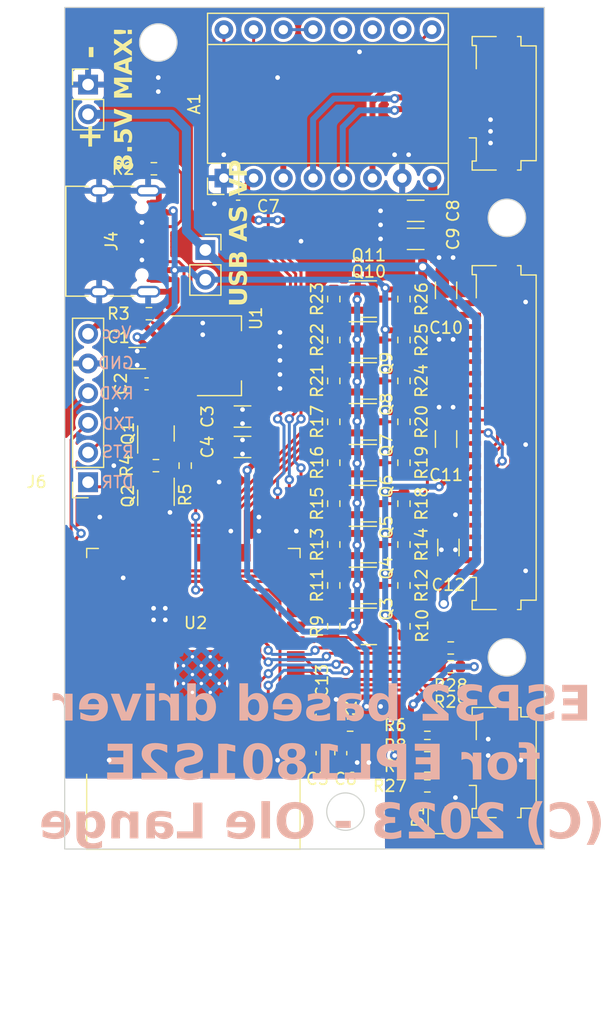
<source format=kicad_pcb>
(kicad_pcb (version 20221018) (generator pcbnew)
  (layers (0 "F.Cu" signal) (31 "B.Cu" signal) (34 "B.Paste" user) (35 "F.Paste" user) (36 "B.SilkS" user "B.Silkscreen") (37 "F.SilkS" user "F.Silkscreen") (38 "B.Mask" user) (39 "F.Mask" user) (44 "Edge.Cuts" user))
  (net 0 "")
  (net 1 "GND")
  (net 2 "+3V3")
  (net 3 "/MOTOR_B1")
  (net 4 "/MOTOR_A1")
  (net 5 "/MOTOR_A2")
  (net 6 "/MOTOR_B2")
  (net 7 "+8V")
  (net 8 "/MOT_EN")
  (net 12 "Net-(A1-~{RESET})")
  (net 13 "/MOT_STEP")
  (net 14 "/MOT_DIR")
  (net 15 "+5V")
  (net 16 "/ESP_EN")
  (net 17 "/LED_STATUS")
  (net 18 "Net-(D1-A)")
  (net 19 "/SENSOR_PAN")
  (net 20 "/SENSOR_PCO")
  (net 21 "/SENSOR_HUP")
  (net 25 "/HEAD_DI6")
  (net 26 "/HEAD_CLK")
  (net 27 "/HEAD_LAT")
  (net 28 "/HEAD_STB")
  (net 29 "/HEAD_TMH")
  (net 30 "/HEAD_RANK1")
  (net 31 "/HEAD_RANK2")
  (net 32 "/HEAD_DI5")
  (net 33 "/HEAD_DI4")
  (net 34 "/HEAD_DI3")
  (net 35 "/HEAD_DI2")
  (net 36 "/HEAD_DI1")
  (net 37 "/MOTOR_TM2")
  (net 38 "Net-(J4-CC1)")
  (net 42 "Net-(J4-CC2)")
  (net 46 "/SER_DTR")
  (net 47 "/SER_RTS")
  (net 48 "/ESP_TX")
  (net 49 "/ESP_RX")
  (net 50 "Net-(Q1-B)")
  (net 51 "Net-(Q2-B)")
  (net 52 "/ESP_IO0")
  (net 53 "/ESP_DO6")
  (net 54 "/ESP_CLK")
  (net 55 "/ESP_LAT")
  (net 56 "/ESP_STB")
  (net 57 "/ESP_DO5")
  (net 58 "/ESP_DO4")
  (net 59 "/ESP_DO3")
  (net 60 "/ESP_DO2")
  (net 61 "/ESP_DO1")
  (footprint "Capacitor_SMD:C_1206_3216Metric" (layer "F.Cu") (at 156.2 82 180)
    (fp_text reference "C1")
    (fp_text value "100uF")
  )
  (footprint "Resistor_SMD:R_0603_1608Metric" (layer "F.Cu") (at 173 76.95 90)
    (fp_text reference "R23")
    (fp_text value "10kΩ")
  )
  (footprint "Capacitor_SMD:C_1206_3216Metric" (layer "F.Cu") (at 182.6 76.2 90)
    (fp_text reference "C10")
    (fp_text value "47uF")
  )
  (footprint "Capacitor_SMD:C_1206_3216Metric" (layer "F.Cu") (at 165.2 89.6 180)
    (fp_text reference "C4")
    (fp_text value "100uF")
  )
  (footprint "Connector_FFC-FPC:Molex_200528-0240_1x24-1MP_P1.00mm_Horizontal" (layer "F.Cu") (at 186 88.8 90)
    (fp_text reference "J2" hide)
    (fp_text value "Head FPC")
  )
  (footprint "Capacitor_SMD:C_0603_1608Metric" (layer "F.Cu") (at 157 84.2 180)
    (fp_text reference "C2")
    (fp_text value "100nF")
  )
  (footprint "Capacitor_SMD:C_1206_3216Metric" (layer "F.Cu") (at 180 71.8 180)
    (fp_text reference "C9")
    (fp_text value "47uF")
  )
  (footprint "Connector_FFC-FPC:Molex_200528-0060_1x06-1MP_P1.00mm_Horizontal" (layer "F.Cu") (at 186 60.2 90)
    (fp_text reference "J3" hide)
    (fp_text value "Motor FPC")
  )
  (footprint "Connector_USB:USB_C_Receptacle_HRO_TYPE-C-31-M-12" (layer "F.Cu") (at 154 72 -90)
    (fp_text reference "J4")
    (fp_text value "USB_C_Receptacle_USB2.0")
  )
  (footprint "Resistor_SMD:R_0603_1608Metric" (layer "F.Cu") (at 157.625 65.8)
    (fp_text reference "R2")
    (fp_text value "5.1kΩ")
  )
  (footprint "Package_TO_SOT_SMD:SOT-23" (layer "F.Cu") (at 176 97.95)
    (fp_text reference "Q5")
    (fp_text value "2N7002")
  )
  (footprint "Module:Pololu_Breakout-16_15.2x20.3mm" (layer "F.Cu") (at 163.61 66.6 90)
    (fp_text reference "A1")
    (fp_text value "Pololu_Breakout_A4988")
  )
  (footprint "Package_TO_SOT_SMD:SOT-23" (layer "F.Cu") (at 176 94.45)
    (fp_text reference "Q6")
    (fp_text value "2N7002")
  )
  (footprint "Capacitor_SMD:C_1206_3216Metric" (layer "F.Cu") (at 180 69.4 180)
    (fp_text reference "C8")
    (fp_text value "47uF")
  )
  (footprint "Package_TO_SOT_SMD:SOT-23" (layer "F.Cu") (at 157.8 93.95 -90)
    (fp_text reference "Q2")
    (fp_text value "SS8050-G")
  )
  (footprint "Package_TO_SOT_SMD:SOT-23" (layer "F.Cu") (at 176 76.95)
    (fp_text reference "Q11")
    (fp_text value "2N7002")
  )
  (footprint "Capacitor_SMD:C_0603_1608Metric" (layer "F.Cu") (at 172 112.6 -90)
    (fp_text reference "C13")
    (fp_text value "10uF")
  )
  (footprint "Resistor_SMD:R_0603_1608Metric" (layer "F.Cu") (at 183 106.8)
    (fp_text reference "R28")
    (fp_text value "150kΩ")
  )
  (footprint "Resistor_SMD:R_0603_1608Metric" (layer "F.Cu") (at 179 90.95 90)
    (fp_text reference "R19")
    (fp_text value "10kΩ")
  )
  (footprint "Package_TO_SOT_SMD:SOT-23" (layer "F.Cu") (at 176 90.95)
    (fp_text reference "Q7")
    (fp_text value "2N7002")
  )
  (footprint "Capacitor_SMD:C_1206_3216Metric" (layer "F.Cu") (at 182.6 88.925 90)
    (fp_text reference "C11")
    (fp_text value "47uF")
  )
  (footprint "Capacitor_SMD:C_0603_1608Metric" (layer "F.Cu") (at 173.6 115.8 -90)
    (fp_text reference "C6")
    (fp_text value "10uF")
  )
  (footprint "Resistor_SMD:R_0603_1608Metric" (layer "F.Cu") (at 179 83.95 90)
    (fp_text reference "R24")
    (fp_text value "10kΩ")
  )
  (footprint "Connector_FFC-FPC:Molex_200528-0040_1x04-1MP_P1.00mm_Horizontal" (layer "F.Cu") (at 186 116.6 90)
    (fp_text reference "J1" hide)
    (fp_text value "Sensor FPC")
  )
  (footprint "Resistor_SMD:R_0603_1608Metric" (layer "F.Cu") (at 173 94.45 90)
    (fp_text reference "R15")
    (fp_text value "10kΩ")
  )
  (footprint "Capacitor_SMD:C_0603_1608Metric" (layer "F.Cu") (at 164.825 69)
    (fp_text reference "C7")
    (fp_text value "10uF")
  )
  (footprint "Resistor_SMD:R_0603_1608Metric" (layer "F.Cu") (at 173 90.95 90)
    (fp_text reference "R16")
    (fp_text value "10kΩ")
  )
  (footprint "Resistor_SMD:R_0603_1608Metric" (layer "F.Cu") (at 179 94.45 90)
    (fp_text reference "R18")
    (fp_text value "10kΩ")
  )
  (footprint "Resistor_SMD:R_0603_1608Metric" (layer "F.Cu") (at 181 113.4 180)
    (fp_text reference "R6")
    (fp_text value "4.7kΩ")
  )
  (footprint "Package_TO_SOT_SMD:SOT-23" (layer "F.Cu") (at 157.8 88.45 90)
    (fp_text reference "Q1")
    (fp_text value "SS8050-G")
  )
  (footprint "Capacitor_SMD:C_0603_1608Metric" (layer "F.Cu") (at 172 115.8 -90)
    (fp_text reference "C5")
    (fp_text value "100nF")
  )
  (footprint "Resistor_SMD:R_0603_1608Metric" (layer "F.Cu") (at 160.3 91.2 -90)
    (fp_text reference "R5")
    (fp_text value "10kΩ")
  )
  (footprint "Resistor_SMD:R_0603_1608Metric" (layer "F.Cu") (at 181 116.9 180)
    (fp_text reference "R7")
    (fp_text value "300Ω")
  )
  (footprint "Resistor_SMD:R_0603_1608Metric" (layer "F.Cu") (at 179 76.95 90)
    (fp_text reference "R26")
    (fp_text value "10kΩ")
  )
  (footprint "Package_TO_SOT_SMD:SOT-23" (layer "F.Cu") (at 176 83.95)
    (fp_text reference "Q9")
    (fp_text value "2N7002")
  )
  (footprint "Resistor_SMD:R_0603_1608Metric" (layer "F.Cu") (at 183 108.4)
    (fp_text reference "R29")
    (fp_text value "150kΩ")
  )
  (footprint "Resistor_SMD:R_0603_1608Metric" (layer "F.Cu") (at 157.8 91.2 180)
    (fp_text reference "R4")
    (fp_text value "10kΩ")
  )
  (footprint "Resistor_SMD:R_0603_1608Metric" (layer "F.Cu") (at 181 118.6 180)
    (fp_text reference "R27")
    (fp_text value "1kΩ")
  )
  (footprint "Resistor_SMD:R_0603_1608Metric" (layer "F.Cu") (at 179 101.45 90)
    (fp_text reference "R12")
    (fp_text value "10kΩ")
  )
  (footprint "Resistor_SMD:R_0603_1608Metric" (layer "F.Cu") (at 181 115.15 180)
    (fp_text reference "R8")
    (fp_text value "47kΩ")
  )
  (footprint "Package_TO_SOT_SMD:SOT-23" (layer "F.Cu") (at 176 80.45)
    (fp_text reference "Q10")
    (fp_text value "2N7002")
  )
  (footprint "Resistor_SMD:R_0603_1608Metric" (layer "F.Cu") (at 173 97.95 90)
    (fp_text reference "R13")
    (fp_text value "10kΩ")
  )
  (footprint "RF_Module:ESP32-WROOM-32" (layer "F.Cu") (at 161 108.165 180)
    (fp_text reference "U2")
    (fp_text value "ESP32-WROOM-32")
  )
  (footprint "Capacitor_SMD:C_1206_3216Metric" (layer "F.Cu") (at 165.2 87 180)
    (fp_text reference "C3")
    (fp_text value "100uF")
  )
  (footprint "LED_SMD:LED_0603_1608Metric" (layer "F.Cu") (at 181.8 121.2 90)
    (fp_text reference "D1")
    (fp_text value "LED")
  )
  (footprint "Resistor_SMD:R_0603_1608Metric" (layer "F.Cu") (at 179 97.95 90)
    (fp_text reference "R14")
    (fp_text value "10kΩ")
  )
  (footprint "Resistor_SMD:R_0603_1608Metric" (layer "F.Cu") (at 173 101.45 90)
    (fp_text reference "R11")
    (fp_text value "10kΩ")
  )
  (footprint "Package_TO_SOT_SMD:SOT-23" (layer "F.Cu") (at 176 87.45)
    (fp_text reference "Q8")
    (fp_text value "2N7002")
  )
  (footprint "Package_TO_SOT_SMD:SOT-23" (layer "F.Cu") (at 176 104.95)
    (fp_text reference "Q3")
    (fp_text value "2N7002")
  )
  (footprint "Connector_PinSocket_2.54mm:PinSocket_1x02_P2.54mm_Vertical" (layer "F.Cu") (at 162.025 72.75)
    (fp_text reference "JP1" hide)
    (fp_text value "5V_AS_VP")
  )
  (footprint "Resistor_SMD:R_0603_1608Metric" (layer "F.Cu") (at 179 80.45 90)
    (fp_text reference "R25")
    (fp_text value "10kΩ")
  )
  (footprint "Capacitor_SMD:C_1206_3216Metric" (layer "F.Cu") (at 182.8 98.2 90)
    (fp_text reference "C12")
    (fp_text value "47uF")
  )
  (footprint "Resistor_SMD:R_0603_1608Metric" (layer "F.Cu") (at 173 83.95 90)
    (fp_text reference "R21")
    (fp_text value "10kΩ")
  )
  (footprint "Resistor_SMD:R_0603_1608Metric" (layer "F.Cu") (at 173 104.95 90)
    (fp_text reference "R9")
    (fp_text value "10kΩ")
  )
  (footprint "Package_TO_SOT_SMD:SOT-223-3_TabPin2" (layer "F.Cu") (at 163.2 81.8)
    (fp_text reference "U1")
    (fp_text value "AZ1117-3.3")
  )
  (footprint "Resistor_SMD:R_0603_1608Metric" (layer "F.Cu") (at 174.4 113.4)
    (fp_text reference "R1")
    (fp_text value "10kΩ")
  )
  (footprint "Resistor_SMD:R_0603_1608Metric" (layer "F.Cu") (at 173 87.45 90)
    (fp_text reference "R17")
    (fp_text value "10kΩ")
  )
  (footprint "Resistor_SMD:R_0603_1608Metric" (layer "F.Cu") (at 173 80.45 90)
    (fp_text reference "R22")
    (fp_text value "10kΩ")
  )
  (footprint "Connector_PinHeader_2.54mm:PinHeader_1x02_P2.54mm_Vertical" (layer "F.Cu") (at 152 58.6)
    (fp_text reference "J5" hide)
    (fp_text value "Conn_01x02_Socket")
  )
  (footprint "Resistor_SMD:R_0603_1608Metric" (layer "F.Cu") (at 179 104.95 90)
    (fp_text reference "R10")
    (fp_text value "10kΩ")
  )
  (footprint "Package_TO_SOT_SMD:SOT-23" (layer "F.Cu") (at 176 101.45)
    (fp_text reference "Q4")
    (fp_text value "2N7002")
  )
  (footprint "Resistor_SMD:R_0603_1608Metric" (layer "F.Cu") (at 157.2 78.2)
    (fp_text reference "R3")
    (fp_text value "5.1kΩ")
  )
  (footprint "Connector_PinSocket_2.54mm:PinSocket_1x06_P2.54mm_Vertical" (layer "F.Cu") (at 152 92.62 180)
    (fp_text reference "J6")
    (fp_text value "Conn_01x06_Socket")
  )
  (footprint "Resistor_SMD:R_0603_1608Metric" (layer "F.Cu") (at 179 87.45 90)
    (fp_text reference "R20")
    (fp_text value "10kΩ")
  )
  (gr_circle (center 174 120.8) (end 175.6 120.8) (stroke (width 0.1)) (fill none) (layer "Edge.Cuts"))
  (gr_circle (center 187.8 107.6) (end 189.4 107.6) (stroke (width 0.1)) (fill none) (layer "Edge.Cuts"))
  (gr_rect (start 150 52) (end 191 124) (stroke (width 0.1)) (fill none) (layer "Edge.Cuts"))
  (gr_circle (center 158 55) (end 159.6 55) (stroke (width 0.1)) (fill none) (layer "Edge.Cuts"))
  (gr_circle (center 187.8 70) (end 189.4 70) (stroke (width 0.1)) (fill none) (layer "Edge.Cuts"))
  (gr_text "RTS" (at 156 90.6) (layer "B.SilkS") (effects (font (size 1 1)) (justify left bottom mirror)))
  (gr_text "DTR" (at 156 93.2) (layer "B.SilkS") (effects (font (size 1 1)) (justify left bottom mirror)))
  (gr_text "TXD" (at 156 88.2) (layer "B.SilkS") (effects (font (size 1 1)) (justify left bottom mirror)))
  (gr_text "RXD" (at 156 85.6) (layer "B.SilkS") (effects (font (size 1 1)) (justify left bottom mirror)))
  (gr_text "ESP32 based driver\nfor EPL1801S2E\n(C) 2023 - Ole Lange" (at 172 123.6) (layer "B.SilkS") (effects (font (size 3 3)) (justify bottom mirror)))
  (gr_text "Vcc" (at 155.8 80.4) (layer "B.SilkS") (effects (font (size 1 1)) (justify left bottom mirror)))
  (gr_text "GND" (at 156 83) (layer "B.SilkS") (effects (font (size 1 1)) (justify left bottom mirror)))
  (gr_text "8.5V MAX!" (at 156 59.8 90) (layer "F.SilkS") (effects (font (size 1.5 1.5)) (justify bottom)))
  (gr_text "-" (at 153.4 56.4 90) (layer "F.SilkS") (effects (font (size 2 2)) (justify left bottom)))
  (gr_text "USB AS VP" (at 165.825 77.6 90) (layer "F.SilkS") (effects (font (size 1.5 1.5)) (justify left bottom)))
  (gr_text "+\n" (at 153.4 64.2 90) (layer "F.SilkS") (effects (font (size 2 2)) (justify left bottom)))
  (segment (start 178.85 69.075) (end 178.525 69.4) (width 0.508) (layer "F.Cu") (net 1))
  (segment (start 163.61 66.6) (end 163.61 68.56) (width 0.508) (layer "F.Cu") (net 1))
  (segment (start 178.85 66.6) (end 178.85 69.075) (width 0.508) (layer "F.Cu") (net 1))
  (segment (start 163.61 68.56) (end 164.05 69) (width 0.508) (layer "F.Cu") (net 1))
  (via (at 182 73.4) (size 0.8) (drill 0.4) (layers "F.Cu" "B.Cu") (net 1))
  (via (at 189.4 100.2) (size 0.8) (drill 0.4) (layers "F.Cu" "B.Cu") (net 1))
  (via (at 156.6 73.6) (size 0.8) (drill 0.4) (layers "F.Cu" "B.Cu") (net 1))
  (via (at 177 70.6) (size 0.8) (drill 0.4) (layers "F.Cu" "B.Cu") (net 1))
  (via (at 182.2 98.4) (size 0.8) (drill 0.4) (layers "F.Cu" "B.Cu") (net 1))
  (via (at 165.2 89) (size 0.8) (drill 0.4) (layers "F.Cu" "B.Cu") (net 1))
  (via (at 178.2 64.6) (size 0.8) (drill 0.4) (layers "F.Cu" "B.Cu") (net 1))
  (via (at 166.6 95.6) (size 0.8) (drill 0.4) (layers "F.Cu" "B.Cu") (net 1))
  (via (at 156.2 81.4) (size 0.8) (drill 0.4) (layers "F.Cu" "B.Cu") (net 1))
  (via (at 153.8 116.4) (size 0.8) (drill 0.4) (layers "F.Cu" "B.Cu") (net 1))
  (via (at 183.4 95.4) (size 0.8) (drill 0.4) (layers "F.Cu" "B.Cu") (net 1))
  (via (at 163.6 64.6) (size 0.8) (drill 0.4) (layers "F.Cu" "B.Cu") (net 1))
  (via (at 179.4 64.6) (size 0.8) (drill 0.4) (layers "F.Cu" "B.Cu") (net 1))
  (via (at 166.6 96.8) (size 0.8) (drill 0.4) (layers "F.Cu" "B.Cu") (net 1))
  (via (at 156.2 82.6) (size 0.8) (drill 0.4) (layers "F.Cu" "B.Cu") (net 1))
  (via (at 168.4 81) (size 0.8) (drill 0.4) (layers "F.Cu" "B.Cu") (net 1))
  (via (at 189.4 77.2) (size 0.8) (drill 0.4) (layers "F.Cu" "B.Cu") (net 1))
  (via (at 158 59.2) (size 0.8) (drill 0.4) (layers "F.Cu" "B.Cu") (net 1))
  (via (at 156.6 70.4) (size 0.8) (drill 0.4) (layers "F.Cu" "B.Cu") (net 1))
  (via (at 154.4 86.4) (size 0.8) (drill 0.4) (layers "F.Cu" "B.Cu") (net 1))
  (via (at 165.2 90.2) (size 0.8) (drill 0.4) (layers "F.Cu" "B.Cu") (net 1))
  (via (at 186.4 62.6) (size 0.8) (drill 0.4) (layers "F.Cu" "B.Cu") (net 1))
  (via (at 189.4 89.4) (size 0.8) (drill 0.4) (layers "F.Cu" "B.Cu") (net 1))
  (via (at 157.6 103.4) (size 0.8) (drill 0.4) (layers "F.Cu" "B.Cu") (net 1))
  (via (at 189 116.4) (size 0.8) (drill 0.4) (layers "F.Cu" "B.Cu") (net 1))
  (via (at 177 111.8) (size 0.8) (drill 0.4) (layers "F.Cu" "B.Cu") (net 1))
  (via (at 168.2 116.4) (size 0.8) (drill 0.4) (layers "F.Cu" "B.Cu") (net 1))
  (via (at 177 69.4) (size 0.8) (drill 0.4) (layers "F.Cu" "B.Cu") (net 1))
  (via (at 186.4 63.6) (size 0.8) (drill 0.4) (layers "F.Cu" "B.Cu") (net 1))
  (via (at 169.8 96.8) (size 0.8) (drill 0.4) (layers "F.Cu" "B.Cu") (net 1))
  (via (at 163.2 92.6) (size 0.8) (drill 0.4) (layers "F.Cu" "B.Cu") (net 1))
  (via (at 159 95.2) (size 0.8) (drill 0.4) (layers "F.Cu" "B.Cu") (net 1))
  (via (at 173.2 111.2) (size 0.8) (drill 0.4) (layers "F.Cu" "B.Cu") (net 1))
  (via (at 183.4 98.4) (size 0.8) (drill 0.4) (layers "F.Cu" "B.Cu") (net 1))
  (via (at 183.2 80.4) (size 0.8) (drill 0.4) (layers "F.Cu" "B.Cu") (net 1))
  (via (at 183.2 73.4) (size 0.8) (drill 0.4) (layers "F.Cu" "B.Cu") (net 1))
  (via (at 168.4 82.2) (size 0.8) (drill 0.4) (layers "F.Cu" "B.Cu") (net 1))
  (via (at 158 58) (size 0.8) (drill 0.4) (layers "F.Cu" "B.Cu") (net 1))
  (via (at 158.6 104.4) (size 0.8) (drill 0.4) (layers "F.Cu" "B.Cu") (net 1))
  (via (at 170.2 72) (size 0.8) (drill 0.4) (layers "F.Cu" "B.Cu") (net 1))
  (via (at 156.6 72) (size 0.8) (drill 0.4) (layers "F.Cu" "B.Cu") (net 1))
  (via (at 168.2 58) (size 0.8) (drill 0.4) (layers "F.Cu" "B.Cu") (net 1))
  (via (at 182 80.4) (size 0.8) (drill 0.4) (layers "F.Cu" "B.Cu") (net 1))
  (via (at 186.2 116) (size 0.8) (drill 0.4) (layers "F.Cu" "B.Cu") (net 1))
  (via (at 186.2 114.6) (size 0.8) (drill 0.4) (layers "F.Cu" "B.Cu") (net 1))
  (via (at 176 116.6) (size 0.8) (drill 0.4) (layers "F.Cu" "B.Cu") (net 1))
  (via (at 164.2 96.8) (size 0.8) (drill 0.4) (layers "F.Cu" "B.Cu") (net 1))
  (via (at 165.2 87.6) (size 0.8) (drill 0.4) (layers "F.Cu" "B.Cu") (net 1))
  (via (at 183.4 119.6) (size 0.8) (drill 0.4) (layers "F.Cu" "B.Cu") (net 1))
  (via (at 154.2 91.2) (size 0.8) (drill 0.4) (layers "F.Cu" "B.Cu") (net 1))
  (via (at 175 116.6) (size 0.8) (drill 0.4) (layers "F.Cu" "B.Cu") (net 1))
  (via (at 153 95.6) (size 0.8) (drill 0.4) (layers "F.Cu" "B.Cu") (net 1))
  (via (at 177 71.8) (size 0.8) (drill 0.4) (layers "F.Cu" "B.Cu") (net 1))
  (via (at 168.4 84.6) (size 0.8) (drill 0.4) (layers "F.Cu" "B.Cu") (net 1))
  (via (at 161.8 80) (size 0.8) (drill 0.4) (layers "F.Cu" "B.Cu") (net 1))
  (via (at 158.6 103.4) (size 0.8) (drill 0.4) (layers "F.Cu" "B.Cu") (net 1))
  (via (at 168.4 83.4) (size 0.8) (drill 0.4) (layers "F.Cu" "B.Cu") (net 1))
  (via (at 175.2 55.8) (size 0.8) (drill 0.4) (layers "F.Cu" "B.Cu") (net 1))
  (via (at 157.6 104.4) (size 0.8) (drill 0.4) (layers "F.Cu" "B.Cu") (net 1))
  (via (at 162.8 68.8) (size 0.8) (drill 0.4) (layers "F.Cu" "B.Cu") (net 1))
  (via (at 186.4 61.6) (size 0.8) (drill 0.4) (layers "F.Cu" "B.Cu") (net 1))
  (via (at 155 100.8) (size 0.8) (drill 0.4) (layers "F.Cu" "B.Cu") (net 1))
  (via (at 161.8 79) (size 0.8) (drill 0.4) (layers "F.Cu" "B.Cu") (net 1))
  (via (at 165.2 86.4) (size 0.8) (drill 0.4) (layers "F.Cu" "B.Cu") (net 1))
  (via (at 182 86.2) (size 0.8) (drill 0.4) (layers "F.Cu" "B.Cu") (net 1))
  (via (at 168.4 79.8) (size 0.8) (drill 0.4) (layers "F.Cu" "B.Cu") (net 1))
  (via (at 183.2 86.2) (size 0.8) (drill 0.4) (layers "F.Cu" "B.Cu") (net 1))
  (segment (start 172 115.025) (end 173.6 115.025) (width 0.508) (layer "F.Cu") (net 2))
  (segment (start 175 76.0625) (end 175.0625 76) (width 0.508) (layer "F.Cu") (net 2))
  (segment (start 175.0625 104.5375) (end 174.7 104.9) (width 0.508) (layer "F.Cu") (net 2))
  (segment (start 175.0625 72.6625) (end 172.6 70.2) (width 0.508) (layer "F.Cu") (net 2))
  (segment (start 156.845606 79.2) (end 152.72 79.2) (width 0.508) (layer "F.Cu") (net 2))
  (segment (start 166.675 89.6) (end 166.675 90.525) (width 0.508) (layer "F.Cu") (net 2))
  (segment (start 152.72 79.2) (end 152 79.92) (width 0.508) (layer "F.Cu") (net 2))
  (segment (start 175.0625 90) (end 173.125 90) (width 0.254) (layer "F.Cu") (net 2))
  (segment (start 183.825 108.4) (end 185 108.4) (width 0.508) (layer "F.Cu") (net 2))
  (segment (start 175.8 111.8) (end 175.8 113.4) (width 0.508) (layer "F.Cu") (net 2))
  (segment (start 175.0625 97) (end 175.0625 97.9375) (width 0.508) (layer "F.Cu") (net 2))
  (segment (start 166.6 70.2) (end 166.2 70.2) (width 0.508) (layer "F.Cu") (net 2))
  (segment (start 180.175 115.15) (end 181 115.975) (width 0.254) (layer "F.Cu") (net 2))
  (segment (start 166.675 90.525) (end 165.6 91.6) (width 0.508) (layer "F.Cu") (net 2))
  (segment (start 181 117.775) (end 180.175 118.6) (width 0.254) (layer "F.Cu") (net 2))
  (segment (start 175.0625 86.5) (end 173.125 86.5) (width 0.254) (layer "F.Cu") (net 2))
  (segment (start 171.88 115.145) (end 172 115.025) (width 0.508) (layer "F.Cu") (net 2))
  (segment (start 175.0625 93.5) (end 173.125 93.5) (width 0.254) (layer "F.Cu") (net 2))
  (segment (start 172.6 70.2) (end 168.2 70.2) (width 0.508) (layer "F.Cu") (net 2))
  (segment (start 175.0625 79.5) (end 175.0625 80.3375) (width 0.508) (layer "F.Cu") (net 2))
  (segment (start 175.0625 83) (end 173.125 83) (width 0.254) (layer "F.Cu") (net 2))
  (segment (start 175.8 113.4) (end 175.225 113.4) (width 0.508) (layer "F.Cu") (net 2))
  (segment (start 175.0625 93.5) (end 175.0625 94.3375) (width 0.508) (layer "F.Cu") (net 2))
  (segment (start 175.0625 100.5) (end 173.125 100.5) (width 0.254) (layer "F.Cu") (net 2))
  (segment (start 173.6 115.025) (end 175.225 113.4) (width 0.508) (layer "F.Cu") (net 2))
  (segment (start 166.675 82.125) (end 166.35 81.8) (width 0.762) (layer "F.Cu") (net 2))
  (segment (start 175.0625 100.5) (end 175.0625 101.3375) (width 0.508) (layer "F.Cu") (net 2))
  (segment (start 175.0625 90.9375) (end 175 91) (width 0.508) (layer "F.Cu") (net 2))
  (segment (start 175.0625 97) (end 173.125 97) (width 0.254) (layer "F.Cu") (net 2))
  (segment (start 180.175 113.4) (end 179.6 113.4) (width 0.508) (layer "F.Cu") (net 2))
  (segment (start 173.125 93.5) (end 173 93.625) (width 0.254) (layer "F.Cu") (net 2))
  (segment (start 183.825 106.8) (end 183.825 108.4) (width 0.508) (layer "F.Cu") (net 2))
  (segment (start 173.125 97) (end 173 97.125) (width 0.254) (layer "F.Cu") (net 2))
  (segment (start 179.8 111.6) (end 179.6 111.8) (width 0.508) (layer "F.Cu") (net 2))
  (segment (start 175.0625 87.3375) (end 175 87.4) (width 0.508) (layer "F.Cu") (net 2))
  (segment (start 175.0625 76) (end 173.125 76) (width 0.254) (layer "F.Cu") (net 2))
  (segment (start 165.6 67.15) (end 166.15 66.6) (width 0.508) (layer "F.Cu") (net 2))
  (segment (start 175.0625 90) (end 175.0625 90.9375) (width 0.508) (layer "F.Cu") (net 2))
  (segment (start 165.6 69.6) (end 165.6 69) (width 0.508) (layer "F.Cu") (net 2))
  (segment (start 165.6 69) (end 165.6 67.15) (width 0.508) (layer "F.Cu") (net 2))
  (segment (start 173.125 76) (end 173 76.125) (width 0.254) (layer "F.Cu") (net 2))
  (segment (start 179.6 113.4) (end 175.225 113.4) (width 0.508) (layer "F.Cu") (net 2))
  (segment (start 175 77) (end 175 76.0625) (width 0.508) (layer "F.Cu") (net 2))
  (segment (start 173.125 100.5) (end 173 100.625) (width 0.254) (layer "F.Cu") (net 2))
  (segment (start 179.6 111.8) (end 179.6 113.4) (width 0.508) (layer "F.Cu") (net 2))
  (segment (start 173.125 90) (end 173 90.125) (width 0.254) (layer "F.Cu") (net 2))
  (segment (start 175.0625 97.9375) (end 175 98) (width 0.508) (layer "F.Cu") (net 2))
  (segment (start 160.05 81.8) (end 159.445606 81.8) (width 0.508) (layer "F.Cu") (net 2))
  (segment (start 173.125 83) (end 173 83.125) (width 0.254) (layer "F.Cu") (net 2))
  (segment (start 175.0625 83) (end 175.0625 83.9375) (width 0.508) (layer "F.Cu") (net 2))
  (segment (start 159.445606 81.8) (end 156.845606 79.2) (width 0.508) (layer "F.Cu") (net 2))
  (segment (start 175.0625 101.3375) (end 175 101.4) (width 0.508) (layer "F.Cu") (net 2))
  (segment (start 175.0625 104) (end 175.0625 104.5375) (width 0.508) (layer "F.Cu") (net 2))
  (segment (start 175.0625 83.9375) (end 175 84) (width 0.508) (layer "F.Cu") (net 2))
  (segment (start 166.675 87) (end 166.675 82.125) (width 0.762) (layer "F.Cu") (net 2))
  (segment (start 175.0625 104) (end 173.125 104) (width 0.254) (layer "F.Cu") (net 2))
  (segment (start 169.75 115.145) (end 171.88 115.145) (width 0.508) (layer "F.Cu") (net 2))
  (segment (start 175.0625 94.3375) (end 175 94.4) (width 0.508) (layer "F.Cu") (net 2))
  (segment (start 166.2 70.2) (end 165.6 69.6) (width 0.508) (layer "F.Cu") (net 2))
  (segment (start 175.0625 76) (end 175.0625 72.6625) (width 0.508) (layer "F.Cu") (net 2))
  (segment (start 175.0625 80.3375) (end 175 80.4) (width 0.508) (layer "F.Cu") (net 2))
  (segment (start 180.175 113.4) (end 180.175 115.15) (width 0.508) (layer "F.Cu") (net 2))
  (segment (start 181 115.975) (end 181 117.775) (width 0.254) (layer "F.Cu") (net 2))
  (segment (start 173.125 104) (end 173 104.125) (width 0.254) (layer "F.Cu") (net 2))
  (segment (start 166.675 89.6) (end 166.675 87) (width 0.762) (layer "F.Cu") (net 2))
  (segment (start 173.125 86.5) (end 173 86.625) (width 0.254) (layer "F.Cu") (net 2))
  (segment (start 160.05 81.8) (end 166.35 81.8) (width 0.508) (layer "F.Cu") (net 2))
  (segment (start 173.125 79.5) (end 173 79.625) (width 0.254) (layer "F.Cu") (net 2))
  (segment (start 175.0625 86.5) (end 175.0625 87.3375) (width 0.508) (layer "F.Cu") (net 2))
  (segment (start 175.0625 79.5) (end 173.125 79.5) (width 0.254) (layer "F.Cu") (net 2))
  (via (at 175 77) (size 0.8) (drill 0.4) (layers "F.Cu" "B.Cu") (net 2))
  (via (at 165.6 91.6) (size 0.8) (drill 0.4) (layers "F.Cu" "B.Cu") (net 2))
  (via (at 175 80.4) (size 0.8) (drill 0.4) (layers "F.Cu" "B.Cu") (net 2))
  (via (at 185 108.4) (size 0.8) (drill 0.4) (layers "F.Cu" "B.Cu") (net 2))
  (via (at 174.7 104.9) (size 0.8) (drill 0.4) (layers "F.Cu" "B.Cu") (net 2))
  (via (at 179.8 111.6) (size 0.8) (drill 0.4) (layers "F.Cu" "B.Cu") (net 2))
  (via (at 166.6 70.2) (size 0.8) (drill 0.4) (layers "F.Cu" "B.Cu") (net 2))
  (via (at 175 98) (size 0.8) (drill 0.4) (layers "F.Cu" "B.Cu") (net 2))
  (via (at 175 84) (size 0.8) (drill 0.4) (layers "F.Cu" "B.Cu") (net 2))
  (via (at 175.8 111.8) (size 0.8) (drill 0.4) (layers "F.Cu" "B.Cu") (net 2))
  (via (at 175 87.4) (size 0.8) (drill 0.4) (layers "F.Cu" "B.Cu") (net 2))
  (via (at 175 101.4) (size 0.8) (drill 0.4) (layers "F.Cu" "B.Cu") (net 2))
  (via (at 168.2 70.2) (size 0.8) (drill 0.4) (layers "F.Cu" "B.Cu") (net 2))
  (via (at 175 94.4) (size 0.8) (drill 0.4) (layers "F.Cu" "B.Cu") (net 2))
  (via (at 175 91) (size 0.8) (drill 0.4) (layers "F.Cu" "B.Cu") (net 2))
  (segment (start 174.2 105.4) (end 174.7 104.9) (width 0.508) (layer "B.Cu") (net 2))
  (segment (start 175 80.4) (end 175 77) (width 0.508) (layer "B.Cu") (net 2))
  (segment (start 174.7 104.9) (end 175 104.6) (width 0.508) (layer "B.Cu") (net 2))
  (segment (start 165.6 100.6) (end 170.4 105.4) (width 0.508) (layer "B.Cu") (net 2))
  (segment (start 168.2 70.2) (end 166.6 70.2) (width 0.508) (layer "B.Cu") (net 2))
  (segment (start 165.6 91.6) (end 165.6 100.6) (width 0.508) (layer "B.Cu") (net 2))
  (segment (start 175 98) (end 175 94.4) (width 0.508) (layer "B.Cu") (net 2))
  (segment (start 175 101.4) (end 175 98) (width 0.508) (layer "B.Cu") (net 2))
  (segment (start 183 108.4) (end 185 108.4) (width 0.508) (layer "B.Cu") (net 2))
  (segment (start 175 87.4) (end 175 84) (width 0.508) (layer "B.Cu") (net 2))
  (segment (start 175.8 107) (end 175.8 111.8) (width 0.508) (layer "B.Cu") (net 2))
  (segment (start 175 91) (end 175 87.4) (width 0.508) (layer "B.Cu") (net 2))
  (segment (start 175 104.6) (end 175 101.4) (width 0.508) (layer "B.Cu") (net 2))
  (segment (start 170.4 105.4) (end 174.2 105.4) (width 0.508) (layer "B.Cu") (net 2))
  (segment (start 179.8 111.6) (end 183 108.4) (width 0.508) (layer "B.Cu") (net 2))
  (segment (start 175 84) (end 175 80.4) (width 0.508) (layer "B.Cu") (net 2))
  (segment (start 175 94.4) (end 175 91) (width 0.508) (layer "B.Cu") (net 2))
  (segment (start 174.2 105.4) (end 175.8 107) (width 0.508) (layer "B.Cu") (net 2))
  (segment (start 168.69 61.71) (end 168.69 66.6) (width 0.508) (layer "F.Cu") (net 3))
  (segment (start 185.09 57.7) (end 172.7 57.7) (width 0.508) (layer "F.Cu") (net 3))
  (segment (start 172.7 57.7) (end 168.69 61.71) (width 0.508) (layer "F.Cu") (net 3))
  (segment (start 185.09 58.7) (end 177.7 58.7) (width 0.508) (layer "F.Cu") (net 4))
  (segment (start 177.7 58.7) (end 176.31 60.09) (width 0.508) (layer "F.Cu") (net 4))
  (segment (start 176.31 60.09) (end 176.31 66.6) (width 0.508) (layer "F.Cu") (net 4))
  (segment (start 185.09 60.7) (end 178.3 60.7) (width 0.508) (layer "F.Cu") (net 5))
  (segment (start 178.3 60.7) (end 178.2 60.8) (width 0.508) (layer "F.Cu") (net 5))
  (via (at 178.2 60.8) (size 0.8) (drill 0.4) (layers "F.Cu" "B.Cu") (net 5))
  (segment (start 178.2 60.8) (end 175.2 60.8) (width 0.508) (layer "B.Cu") (net 5))
  (segment (start 173.77 62.23) (end 173.77 66.6) (width 0.508) (layer "B.Cu") (net 5))
  (segment (start 175.2 60.8) (end 173.77 62.23) (width 0.508) (layer "B.Cu") (net 5))
  (segment (start 185.09 59.7) (end 178.3 59.7) (width 0.508) (layer "F.Cu") (net 6))
  (segment (start 178.3 59.7) (end 178.2 59.8) (width 0.508) (layer "F.Cu") (net 6))
  (via (at 178.2 59.8) (size 0.8) (drill 0.4) (layers "F.Cu" "B.Cu") (net 6))
  (segment (start 171.23 61.57) (end 171.23 66.6) (width 0.508) (layer "B.Cu") (net 6))
  (segment (start 173 59.8) (end 171.23 61.57) (width 0.508) (layer "B.Cu") (net 6))
  (segment (start 178.2 59.8) (end 173 59.8) (width 0.508) (layer "B.Cu") (net 6))
  (segment (start 182.975 77.3) (end 182.6 77.675) (width 0.508) (layer "F.Cu") (net 7))
  (segment (start 181.475 66.685) (end 181.39 66.6) (width 0.762) (layer "F.Cu") (net 7))
  (segment (start 185.09 77.3) (end 182.975 77.3) (width 0.508) (layer "F.Cu") (net 7))
  (segment (start 181.475 69.4) (end 181.475 66.685) (width 0.762) (layer "F.Cu") (net 7))
  (segment (start 180.6 76.8) (end 181.475 77.675) (width 0.762) (layer "F.Cu") (net 7))
  (segment (start 182.4 103) (end 182.4 100.075) (width 0.762) (layer "F.Cu") (net 7))
  (segment (start 183.175 99.3) (end 182.8 99.675) (width 0.508) (layer "F.Cu") (net 7))
  (segment (start 180.6 74.2) (end 180.6 72.675) (width 0.762) (layer "F.Cu") (net 7))
  (segment (start 180.6 74.2) (end 180.6 76.8) (width 0.762) (layer "F.Cu") (net 7))
  (segment (start 181.475 77.675) (end 182.6 77.675) (width 0.762) (layer "F.Cu") (net 7))
  (segment (start 185.09 99.3) (end 183.175 99.3) (width 0.508) (layer "F.Cu") (net 7))
  (segment (start 183.225 78.3) (end 182.6 77.675) (width 0.508) (layer "F.Cu") (net 7))
  (segment (start 183.425 100.3) (end 182.8 99.675) (width 0.508) (layer "F.Cu") (net 7))
  (segment (start 181.475 71.8) (end 181.475 69.4) (width 0.762) (layer "F.Cu") (net 7))
  (segment (start 185.09 100.3) (end 183.425 100.3) (width 0.508) (layer "F.Cu") (net 7))
  (segment (start 185.09 78.3) (end 183.225 78.3) (width 0.508) (layer "F.Cu") (net 7))
  (segment (start 180.6 72.675) (end 181.475 71.8) (width 0.762) (layer "F.Cu") (net 7))
  (segment (start 182.4 100.075) (end 182.8 99.675) (width 0.762) (layer "F.Cu") (net 7))
  (via (at 182.4 103) (size 0.9) (drill 0.6) (layers "F.Cu" "B.Cu") (net 7))
  (via (at 180.6 74.2) (size 0.9) (drill 0.6) (layers "F.Cu" "B.Cu") (net 7))
  (segment (start 185.2 78.6) (end 185.2 99.4) (width 0.762) (layer "B.Cu") (net 7))
  (segment (start 180.6 74.2) (end 163.475 74.2) (width 0.762) (layer "B.Cu") (net 7))
  (segment (start 163.475 74.2) (end 162.025 72.75) (width 0.762) (layer "B.Cu") (net 7))
  (segment (start 160.4 71.125) (end 162.025 72.75) (width 0.762) (layer "B.Cu") (net 7))
  (segment (start 152 61.14) (end 159.14 61.14) (width 0.762) (layer "B.Cu") (net 7))
  (segment (start 160.4 62.4) (end 160.4 71.125) (width 0.762) (layer "B.Cu") (net 7))
  (segment (start 180.8 74.2) (end 185.2 78.6) (width 0.762) (layer "B.Cu") (net 7))
  (segment (start 185.2 99.4) (end 182.4 102.2) (width 0.762) (layer "B.Cu") (net 7))
  (segment (start 180.6 74.2) (end 180.8 74.2) (width 0.762) (layer "B.Cu") (net 7))
  (segment (start 182.4 102.2) (end 182.4 103) (width 0.762) (layer "B.Cu") (net 7))
  (segment (start 159.14 61.14) (end 160.4 62.4) (width 0.762) (layer "B.Cu") (net 7))
  (segment (start 167.4 71.8) (end 170.2 74.6) (width 0.254) (layer "F.Cu") (net 8))
  (segment (start 168.508 95.092) (end 168.508 99.995107) (width 0.254) (layer "F.Cu") (net 8))
  (segment (start 167.4 62) (end 167.4 71.8) (width 0.254) (layer "F.Cu") (net 8))
  (segment (start 170.2 75.4) (end 170.2 87.2) (width 0.254) (layer "F.Cu") (net 8))
  (segment (start 172.281 57.119) (end 167.4 62) (width 0.254) (layer "F.Cu") (net 8))
  (segment (start 170.2 91.4) (end 170.2 93.4) (width 0.254) (layer "F.Cu") (net 8))
  (segment (start 153.4245 104.985) (end 152.25 104.985) (width 0.254) (layer "F.Cu") (net 8))
  (segment (start 181.39 53.9) (end 178.171 57.119) (width 0.254) (layer "F.Cu") (net 8))
  (segment (start 178.171 57.119) (end 172.281 57.119) (width 0.254) (layer "F.Cu") (net 8))
  (segment (start 168.508 99.995107) (end 167.395104 101.108) (width 0.254) (layer "F.Cu") (net 8))
  (segment (start 157.3015 101.108) (end 153.4245 104.985) (width 0.254) (layer "F.Cu") (net 8))
  (segment (start 170.2 74.6) (end 170.2 75.4) (width 0.254) (layer "F.Cu") (net 8))
  (segment (start 170.2 93.4) (end 168.508 95.092) (width 0.254) (layer "F.Cu") (net 8))
  (segment (start 167.395104 101.108) (end 157.3015 101.108) (width 0.254) (layer "F.Cu") (net 8))
  (via (at 170.2 91.4) (size 0.8) (drill 0.4) (layers "F.Cu" "B.Cu") (net 8))
  (via (at 170.2 87.2) (size 0.8) (drill 0.4) (layers "F.Cu" "B.Cu") (net 8))
  (segment (start 169.654497 90.854497) (end 170.2 91.4) (width 0.254) (layer "B.Cu") (net 8))
  (segment (start 169.927497 87.472503) (end 169.927497 87.501134) (width 0.254) (layer "B.Cu") (net 8))
  (segment (start 170.2 87.2) (end 169.927497 87.472503) (width 0.254) (layer "B.Cu") (net 8))
  (segment (start 169.927497 87.501134) (end 169.654497 87.774134) (width 0.254) (layer "B.Cu") (net 8))
  (segment (start 169.654497 87.774134) (end 169.654497 90.854497) (width 0.254) (layer "B.Cu") (net 8))
  (segment (start 168.69 53.9) (end 171.23 53.9) (width 0.254) (layer "B.Cu") (net 12))
  (segment (start 154.052448 103.715) (end 152.25 103.715) (width 0.254) (layer "F.Cu") (net 13))
  (segment (start 165.157948 70.2) (end 169.746 74.788052) (width 0.254) (layer "F.Cu") (net 13))
  (segment (start 169.746 74.788052) (end 169.746 75.4) (width 0.254) (layer "F.Cu") (net 13))
  (segment (start 169.200497 93.653503) (end 168.054 94.8) (width 0.254) (layer "F.Cu") (net 13))
  (segment (start 166.15 57.25) (end 161.8 61.6) (width 0.254) (layer "F.Cu") (net 13))
  (segment (start 169.200497 92.4) (end 169.200497 93.653503) (width 0.254) (layer "F.Cu") (net 13))
  (segment (start 161.8 61.6) (end 161.8 69) (width 0.254) (layer "F.Cu") (net 13))
  (segment (start 161.8 69) (end 163 70.2) (width 0.254) (layer "F.Cu") (net 13))
  (segment (start 169.746 75.4) (end 169.746 86.625866) (width 0.254) (layer "F.Cu") (net 13))
  (segment (start 169.746 86.625866) (end 169.200497 87.171369) (width 0.254) (layer "F.Cu") (net 13))
  (segment (start 167.207052 100.654) (end 157.113448 100.654) (width 0.254) (layer "F.Cu") (net 13))
  (segment (start 166.15 53.9) (end 166.15 57.25) (width 0.254) (layer "F.Cu") (net 13))
  (segment (start 163 70.2) (end 165.157948 70.2) (width 0.254) (layer "F.Cu") (net 13))
  (segment (start 169.200497 87.171369) (end 169.200497 87.2) (width 0.254) (layer "F.Cu") (net 13))
  (segment (start 157.113448 100.654) (end 154.052448 103.715) (width 0.254) (layer "F.Cu") (net 13))
  (segment (start 168.054 94.8) (end 168.054 99.807053) (width 0.254) (layer "F.Cu") (net 13))
  (segment (start 168.054 99.807053) (end 167.207052 100.654) (width 0.254) (layer "F.Cu") (net 13))
  (via (at 169.200497 87.2) (size 0.8) (drill 0.4) (layers "F.Cu" "B.Cu") (net 13))
  (via (at 169.200497 92.4) (size 0.8) (drill 0.4) (layers "F.Cu" "B.Cu") (net 13))
  (segment (start 169.200497 92.4) (end 169.200497 87.2) (width 0.254) (layer "B.Cu") (net 13))
  (segment (start 161.346 69.188052) (end 162.811948 70.654) (width 0.254) (layer "F.Cu") (net 14))
  (segment (start 167.6 94.6) (end 167.6 99.619) (width 0.254) (layer "F.Cu") (net 14))
  (segment (start 164.969896 70.654) (end 169.292 74.976104) (width 0.254) (layer "F.Cu") (net 14))
  (segment (start 167.019 100.2) (end 156.925396 100.2) (width 0.254) (layer "F.Cu") (net 14))
  (segment (start 167.6 99.619) (end 167.019 100.2) (width 0.254) (layer "F.Cu") (net 14))
  (segment (start 163.61 53.9) (end 163.61 59.147948) (width 0.254) (layer "F.Cu") (net 14))
  (segment (start 154.680396 102.445) (end 152.25 102.445) (width 0.254) (layer "F.Cu") (net 14))
  (segment (start 168.2 93.4) (end 168.2 94) (width 0.254) (layer "F.Cu") (net 14))
  (segment (start 169.292 74.976104) (end 169.292 85.908) (width 0.254) (layer "F.Cu") (net 14))
  (segment (start 168.2 94) (end 167.6 94.6) (width 0.254) (layer "F.Cu") (net 14))
  (segment (start 156.925396 100.2) (end 154.680396 102.445) (width 0.254) (layer "F.Cu") (net 14))
  (segment (start 169.292 85.908) (end 168.200994 86.999006) (width 0.254) (layer "F.Cu") (net 14))
  (segment (start 168.200994 86.999006) (end 168.200994 87.2) (width 0.254) (layer "F.Cu") (net 14))
  (segment (start 161.346 61.411947) (end 161.346 69.188052) (width 0.254) (layer "F.Cu") (net 14))
  (segment (start 162.811948 70.654) (end 164.969896 70.654) (width 0.254) (layer "F.Cu") (net 14))
  (segment (start 163.61 59.147948) (end 161.346 61.411947) (width 0.254) (layer "F.Cu") (net 14))
  (via (at 168.2 93.4) (size 0.8) (drill 0.4) (layers "F.Cu" "B.Cu") (net 14))
  (via (at 168.200994 87.2) (size 0.8) (drill 0.4) (layers "F.Cu" "B.Cu") (net 14))
  (segment (start 168.2 92.372363) (end 168.2 93.4) (width 0.254) (layer "B.Cu") (net 14))
  (segment (start 168.473497 87.472503) (end 168.473497 87.501134) (width 0.254) (layer "B.Cu") (net 14))
  (segment (start 168.746497 87.774134) (end 168.746497 91.825866) (width 0.254) (layer "B.Cu") (net 14))
  (segment (start 168.200994 87.2) (end 168.473497 87.472503) (width 0.254) (layer "B.Cu") (net 14))
  (segment (start 168.473497 87.501134) (end 168.746497 87.774134) (width 0.254) (layer "B.Cu") (net 14))
  (segment (start 168.746497 91.825866) (end 168.2 92.372363) (width 0.254) (layer "B.Cu") (net 14))
  (segment (start 177.4745 86.625) (end 177.4 86.5505) (width 0.508) (layer "F.Cu") (net 15))
  (segment (start 179.1 116.9) (end 180.175 116.9) (width 0.508) (layer "F.Cu") (net 15))
  (segment (start 177.4745 79.625) (end 177.4 79.5505) (width 0.508) (layer "F.Cu") (net 15))
  (segment (start 157.775 84.2) (end 157.775 82.1) (width 0.762) (layer "F.Cu") (net 15))
  (segment (start 179 90.125) (end 177.4745 90.125) (width 0.508) (layer "F.Cu") (net 15))
  (segment (start 179 86.625) (end 177.4745 86.625) (width 0.508) (layer "F.Cu") (net 15))
  (segment (start 160.05 84.1) (end 157.875 84.1) (width 0.762) (layer "F.Cu") (net 15))
  (segment (start 158.045 69.55) (end 159.1235 69.55) (width 0.508) (layer "F.Cu") (net 15))
  (segment (start 157.675 81.667261) (end 157.675 82) (width 0.508) (layer "F.Cu") (net 15))
  (segment (start 182.6 90.4) (end 182.6 92.4) (width 0.508) (layer "F.Cu") (net 15))
  (segment (start 159.1235 69.55) (end 159.2735 69.4) (width 0.508) (layer "F.Cu") (net 15))
  (segment (start 179 104.125) (end 177.525 104.125) (width 0.508) (layer "F.Cu") (net 15))
  (segment (start 177.4745 97.125) (end 177.4 97.0505) (width 0.508) (layer "F.Cu") (net 15))
  (segment (start 159.4 74.4765) (end 158.0715 74.4765) (width 0.508) (layer "F.Cu") (net 15))
  (segment (start 157.775 82.1) (end 157.675 82) (width 0.762) (layer "F.Cu") (net 15))
  (segment (start 179 100.625) (end 177.625 100.625) (width 0.508) (layer "F.Cu") (net 15))
  (segment (start 177.525 76.125) (end 177.4 76) (width 0.508) (layer "F.Cu") (net 15))
  (segment (start 156.207739 80.2) (end 157.675 81.667261) (width 0.508) (layer "F.Cu") (net 15))
  (segment (start 156.2 80.2) (end 156.207739 80.2) (width 0.508) (layer "F.Cu") (net 15))
  (segment (start 177.625 93.625) (end 177.4 93.4) (width 0.508) (layer "F.Cu") (net 15))
  (segment (start 179 79.625) (end 177.4745 79.625) (width 0.508) (layer "F.Cu") (net 15))
  (segment (start 182.6 92.4) (end 182 93) (width 0.508) (layer "F.Cu") (net 15))
  (segment (start 179 93.625) (end 177.625 93.625) (width 0.508) (layer "F.Cu") (net 15))
  (segment (start 179 97.125) (end 177.4745 97.125) (width 0.508) (layer "F.Cu") (net 15))
  (segment (start 178.2 116) (end 179.1 116.9) (width 0.508) (layer "F.Cu") (net 15))
  (segment (start 179 76.125) (end 177.525 76.125) (width 0.508) (layer "F.Cu") (net 15))
  (segment (start 185.09 90.3) (end 182.7 90.3) (width 0.508) (layer "F.Cu") (net 15))
  (segment (start 177.525 83.125) (end 177.4 83) (width 0.508) (layer "F.Cu") (net 15))
  (segment (start 182.7 90.3) (end 182.6 90.4) (width 0.508) (layer "F.Cu") (net 15))
  (segment (start 177.525 104.125) (end 177.4 104) (width 0.508) (layer "F.Cu") (net 15))
  (segment (start 157.875 84.1) (end 157.775 84.2) (width 0.762) (layer "F.Cu") (net 15))
  (segment (start 179 83.125) (end 177.525 83.125) (width 0.508) (layer "F.Cu") (net 15))
  (segment (start 177.625 100.625) (end 177.4 100.4) (width 0.508) (layer "F.Cu") (net 15))
  (segment (start 177.4745 90.125) (end 177.4 90.0505) (width 0.508) (layer "F.Cu") (net 15))
  (segment (start 158.0715 74.4765) (end 158.045 74.45) (width 0.508) (layer "F.Cu") (net 15))
  (via (at 177.4 93.4) (size 0.8) (drill 0.4) (layers "F.Cu" "B.Cu") (net 15))
  (via (at 177.4 104) (size 0.8) (drill 0.4) (layers "F.Cu" "B.Cu") (net 15))
  (via (at 182 93) (size 0.8) (drill 0.4) (layers "F.Cu" "B.Cu") (net 15))
  (via (at 177.4 90.0505) (size 0.8) (drill 0.4) (layers "F.Cu" "B.Cu") (net 15))
  (via (at 178.2 116) (size 0.8) (drill 0.4) (layers "F.Cu" "B.Cu") (net 15))
  (via (at 177.4 86.5505) (size 0.8) (drill 0.4) (layers "F.Cu" "B.Cu") (net 15))
  (via (at 177.4 79.5505) (size 0.8) (drill 0.4) (layers "F.Cu" "B.Cu") (net 15))
  (via (at 159.4 74.4765) (size 0.8) (drill 0.4) (layers "F.Cu" "B.Cu") (net 15))
  (via (at 156.2 80.2) (size 0.8) (drill 0.4) (layers "F.Cu" "B.Cu") (net 15))
  (via (at 177.4 100.4) (size 0.8) (drill 0.4) (layers "F.Cu" "B.Cu") (net 15))
  (via (at 159.2735 69.4) (size 0.8) (drill 0.4) (layers "F.Cu" "B.Cu") (net 15))
  (via (at 177.4 76) (size 0.8) (drill 0.4) (layers "F.Cu" "B.Cu") (net 15))
  (via (at 177.4 97.0505) (size 0.8) (drill 0.4) (layers "F.Cu" "B.Cu") (net 15))
  (via (at 177.4 83) (size 0.8) (drill 0.4) (layers "F.Cu" "B.Cu") (net 15))
  (segment (start 162.025 75.29) (end 176.69 75.29) (width 0.508) (layer "B.Cu") (net 15))
  (segment (start 177.4 93.4) (end 177.4 100.4) (width 0.508) (layer "B.Cu") (net 15))
  (segment (start 159.4 77.6) (end 159.4 74.4765) (width 0.508) (layer "B.Cu") (net 15))
  (segment (start 177.4 93) (end 177.4 93.4) (width 0.508) (layer "B.Cu") (net 15))
  (segment (start 156.8 80.2) (end 159.4 77.6) (width 0.508) (layer "B.Cu") (net 15))
  (segment (start 162.025 75.29) (end 161.49 75.29) (width 0.508) (layer "B.Cu") (net 15))
  (segment (start 159.4 69.5265) (end 159.4 74.4765) (width 0.508) (layer "B.Cu") (net 15))
  (segment (start 178.2 104.8) (end 177.4 104) (width 0.508) (layer "B.Cu") (net 15))
  (segment (start 177.4 100.4) (end 177.4 104) (width 0.508) (layer "B.Cu") (net 15))
  (segment (start 182 93) (end 177.4 93) (width 0.508) (layer "B.Cu") (net 15))
  (segment (start 177.4 83) (end 177.4 93) (width 0.508) (layer "B.Cu") (net 15))
  (segment (start 161.49 75.29) (end 160.6 74.4) (width 0.508) (layer "B.Cu") (net 15))
  (segment (start 156.2 80.2) (end 156.8 80.2) (width 0.508) (layer "B.Cu") (net 15))
  (segment (start 178.2 116) (end 178.2 104.8) (width 0.508) (layer "B.Cu") (net 15))
  (segment (start 177.4 76) (end 177.4 83) (width 0.508) (layer "B.Cu") (net 15))
  (segment (start 159.4765 74.4) (end 159.4 74.4765) (width 0.508) (layer "B.Cu") (net 15))
  (segment (start 176.69 75.29) (end 177.4 76) (width 0.508) (layer "B.Cu") (net 15))
  (segment (start 159.2735 69.4) (end 159.4 69.5265) (width 0.508) (layer "B.Cu") (net 15))
  (segment (start 160.6 74.4) (end 159.4765 74.4) (width 0.508) (layer "B.Cu") (net 15))
  (segment (start 168.746 113.875) (end 169.75 113.875) (width 0.254) (layer "F.Cu") (net 16))
  (segment (start 173.55 113.375) (end 173.575 113.4) (width 0.254) (layer "F.Cu") (net 16))
  (segment (start 161.2 90.054709) (end 161.2 91) (width 0.254) (layer "F.Cu") (net 16))
  (segment (start 172 113.375) (end 173.55 113.375) (width 0.254) (layer "F.Cu") (net 16))
  (segment (start 161.2 91.8) (end 161.2 95.5655) (width 0.254) (layer "F.Cu") (net 16))
  (segment (start 169.75 113.875) (end 171.5 113.875) (width 0.254) (layer "F.Cu") (net 16))
  (segment (start 168.4 113.529) (end 168.746 113.875) (width 0.254) (layer "F.Cu") (net 16))
  (segment (start 157.8 87.5125) (end 158.657791 87.5125) (width 0.254) (layer "F.Cu") (net 16))
  (segment (start 161.2 101.8345) (end 167.4345 101.8345) (width 0.254) (layer "F.Cu") (net 16))
  (segment (start 167.4345 101.8345) (end 168.4 102.8) (width 0.254) (layer "F.Cu") (net 16))
  (segment (start 161.2 91) (end 161.2 91.8) (width 0.254) (layer "F.Cu") (net 16))
  (segment (start 171.5 113.875) (end 172 113.375) (width 0.254) (layer "F.Cu") (net 16))
  (segment (start 168.4 102.8) (end 168.4 113.529) (width 0.254) (layer "F.Cu") (net 16))
  (segment (start 158.657791 87.5125) (end 161.2 90.054709) (width 0.254) (layer "F.Cu") (net 16))
  (via (at 161.2 101.8345) (size 0.8) (drill 0.4) (layers "F.Cu" "B.Cu") (net 16))
  (via (at 161.2 95.5655) (size 0.8) (drill 0.4) (layers "F.Cu" "B.Cu") (net 16))
  (segment (start 161.2 95.5655) (end 161.2 101.8345) (width 0.254) (layer "B.Cu") (net 16))
  (segment (start 183.6125 121.9875) (end 187 118.6) (width 0.254) (layer "F.Cu") (net 17))
  (segment (start 182.692 109.492) (end 172.323052 109.492) (width 0.254) (layer "F.Cu") (net 17))
  (segment (start 170.356052 107.525) (end 169.75 107.525) (width 0.254) (layer "F.Cu") (net 17))
  (segment (start 187 113.8) (end 182.692 109.492) (width 0.254) (layer "F.Cu") (net 17))
  (segment (start 181.8 121.9875) (end 183.6125 121.9875) (width 0.254) (layer "F.Cu") (net 17))
  (segment (start 172.323052 109.492) (end 170.356052 107.525) (width 0.254) (layer "F.Cu") (net 17))
  (segment (start 187 118.6) (end 187 113.8) (width 0.254) (layer "F.Cu") (net 17))
  (segment (start 181.825 120.3875) (end 181.8 120.4125) (width 0.254) (layer "F.Cu") (net 18))
  (segment (start 181.825 118.6) (end 181.825 120.3875) (width 0.254) (layer "F.Cu") (net 18))
  (segment (start 181.925 116.8) (end 181.825 116.9) (width 0.254) (layer "F.Cu") (net 19))
  (segment (start 185.09 118.1) (end 183.7 118.1) (width 0.254) (layer "F.Cu") (net 19))
  (segment (start 182.4 116.8) (end 181.925 116.8) (width 0.254) (layer "F.Cu") (net 19))
  (segment (start 183.7 118.1) (end 182.4 116.8) (width 0.254) (layer "F.Cu") (net 19))
  (segment (start 181.825 115.15) (end 180.902 114.227) (width 0.254) (layer "F.Cu") (net 20))
  (segment (start 184.3 117.1) (end 182.35 115.15) (width 0.254) (layer "F.Cu") (net 20))
  (segment (start 170.085 110.4) (end 169.75 110.065) (width 0.254) (layer "F.Cu") (net 20))
  (segment (start 182.35 115.15) (end 181.825 115.15) (width 0.254) (layer "F.Cu") (net 20))
  (segment (start 185.09 117.1) (end 184.3 117.1) (width 0.254) (layer "F.Cu") (net 20))
  (segment (start 180.902 114.227) (end 180.902 111.502) (width 0.254) (layer "F.Cu") (net 20))
  (segment (start 179.8 110.4) (end 170.085 110.4) (width 0.254) (layer "F.Cu") (net 20))
  (segment (start 180.902 111.502) (end 179.8 110.4) (width 0.254) (layer "F.Cu") (net 20))
  (segment (start 181.356 111.313948) (end 179.988052 109.946) (width 0.254) (layer "F.Cu") (net 21))
  (segment (start 181.356 113.156) (end 181.356 111.313948) (width 0.254) (layer "F.Cu") (net 21))
  (segment (start 181.825 113.4) (end 181.6 113.4) (width 0.254) (layer "F.Cu") (net 21))
  (segment (start 181.6 113.4) (end 181.356 113.156) (width 0.254) (layer "F.Cu") (net 21))
  (segment (start 182.6 113.4) (end 181.825 113.4) (width 0.254) (layer "F.Cu") (net 21))
  (segment (start 185.09 115.1) (end 184.3 115.1) (width 0.254) (layer "F.Cu") (net 21))
  (segment (start 179.988052 109.946) (end 172.135 109.946) (width 0.254) (layer "F.Cu") (net 21))
  (segment (start 170.984 108.795) (end 169.75 108.795) (width 0.254) (layer "F.Cu") (net 21))
  (segment (start 172.135 109.946) (end 170.984 108.795) (width 0.254) (layer "F.Cu") (net 21))
  (segment (start 184.3 115.1) (end 182.6 113.4) (width 0.254) (layer "F.Cu") (net 21))
  (segment (start 180.2 105.8) (end 179.025 105.8) (width 0.254) (layer "F.Cu") (net 25))
  (segment (start 185.09 93.3) (end 184.1 93.3) (width 0.254) (layer "F.Cu") (net 25))
  (segment (start 184.1 93.3) (end 181.308 96.092) (width 0.254) (layer "F.Cu") (net 25))
  (segment (start 176.9375 104.95) (end 178.175 104.95) (width 0.254) (layer "F.Cu") (net 25))
  (segment (start 181.308 104.692) (end 180.2 105.8) (width 0.254) (layer "F.Cu") (net 25))
  (segment (start 179.025 105.8) (end 179 105.775) (width 0.254) (layer "F.Cu") (net 25))
  (segment (start 181.308 96.092) (end 181.308 104.692) (width 0.254) (layer "F.Cu") (net 25))
  (segment (start 178.175 104.95) (end 179 105.775) (width 0.254) (layer "F.Cu") (net 25))
  (segment (start 185.09 92.3) (end 184.432052 92.3) (width 0.254) (layer "F.Cu") (net 26))
  (segment (start 180.854 95.878052) (end 180.854 101.146) (width 0.254) (layer "F.Cu") (net 26))
  (segment (start 176.9375 101.45) (end 178.175 101.45) (width 0.254) (layer "F.Cu") (net 26))
  (segment (start 180.854 101.146) (end 179.725 102.275) (width 0.254) (layer "F.Cu") (net 26))
  (segment (start 179.725 102.275) (end 179 102.275) (width 0.254) (layer "F.Cu") (net 26))
  (segment (start 184.432052 92.3) (end 180.854 95.878052) (width 0.254) (layer "F.Cu") (net 26))
  (segment (start 178.175 101.45) (end 179 102.275) (width 0.254) (layer "F.Cu") (net 26))
  (segment (start 176.9375 97.95) (end 178.175 97.95) (width 0.254) (layer "F.Cu") (net 27))
  (segment (start 180.4 95.69) (end 180.4 98) (width 0.254) (layer "F.Cu") (net 27))
  (segment (start 180.4 98) (end 179.625 98.775) (width 0.254) (layer "F.Cu") (net 27))
  (segment (start 179.625 98.775) (end 179 98.775) (width 0.254) (layer "F.Cu") (net 27))
  (segment (start 184.79 91.3) (end 180.4 95.69) (width 0.254) (layer "F.Cu") (net 27))
  (segment (start 178.175 97.95) (end 179 98.775) (width 0.254) (layer "F.Cu") (net 27))
  (segment (start 185.09 91.3) (end 184.79 91.3) (width 0.254) (layer "F.Cu") (net 27))
  (segment (start 181 93.275) (end 179 95.275) (width 0.254) (layer "F.Cu") (net 28))
  (segment (start 178.175 94.45) (end 179 95.275) (width 0.254) (layer "F.Cu") (net 28))
  (segment (start 181 90.208999) (end 181 93.275) (width 0.254) (layer "F.Cu") (net 28))
  (segment (start 185.09 89.3) (end 181.908999 89.3) (width 0.254) (layer "F.Cu") (net 28))
  (segment (start 181.908999 89.3) (end 181 90.208999) (width 0.254) (layer "F.Cu") (net 28))
  (segment (start 176.9375 94.45) (end 178.175 94.45) (width 0.254) (layer "F.Cu") (net 28))
  (segment (start 182.175 105.809106) (end 186.908 101.076106) (width 0.254) (layer "F.Cu") (net 29))
  (segment (start 186.908 91.292) (end 187.4 90.8) (width 0.254) (layer "F.Cu") (net 29))
  (segment (start 152.25 113.875) (end 163.682948 113.875) (width 0.254) (layer "F.Cu") (net 29))
  (segment (start 166.670726 110.887222) (end 166.670726 109.697266) (width 0.254) (layer "F.Cu") (net 29))
  (segment (start 180.975 108) (end 182.175 106.8) (width 0.254) (layer "F.Cu") (net 29))
  (segment (start 163.682948 113.875) (end 166.670726 110.887222) (width 0.254) (layer "F.Cu") (net 29))
  (segment (start 167.369029 108.998963) (end 167.409183 108.998963) (width 0.254) (layer "F.Cu") (net 29))
  (segment (start 185.09 88.3) (end 186.1 88.3) (width 0.254) (layer "F.Cu") (net 29))
  (segment (start 173.4 108) (end 180.975 108) (width 0.254) (layer "F.Cu") (net 29))
  (segment (start 182.175 106.8) (end 182.175 105.809106) (width 0.254) (layer "F.Cu") (net 29))
  (segment (start 173.2 108.2) (end 173.4 108) (width 0.254) (layer "F.Cu") (net 29))
  (segment (start 166.670726 109.697266) (end 167.369029 108.998963) (width 0.254) (layer "F.Cu") (net 29))
  (segment (start 186.1 88.3) (end 186.2 88.4) (width 0.254) (layer "F.Cu") (net 29))
  (segment (start 186.908 101.076106) (end 186.908 91.292) (width 0.254) (layer "F.Cu") (net 29))
  (via (at 187.4 90.8) (size 0.8) (drill 0.4) (layers "F.Cu" "B.Cu") (net 29))
  (via (at 186.2 88.4) (size 0.8) (drill 0.4) (layers "F.Cu" "B.Cu") (net 29))
  (via (at 173.2 108.2) (size 0.8) (drill 0.4) (layers "F.Cu" "B.Cu") (net 29))
  (via (at 167.409183 108.998963) (size 0.8) (drill 0.4) (layers "F.Cu" "B.Cu") (net 29))
  (segment (start 168.173637 108.254) (end 167.428674 108.998963) (width 0.254) (layer "B.Cu") (net 29))
  (segment (start 186.2 88.4) (end 187.4 89.6) (width 0.254) (layer "B.Cu") (net 29))
  (segment (start 173.2 108.2) (end 173.146 108.254) (width 0.254) (layer "B.Cu") (net 29))
  (segment (start 173.146 108.254) (end 168.173637 108.254) (width 0.254) (layer "B.Cu") (net 29))
  (segment (start 187.4 89.6) (end 187.4 90.8) (width 0.254) (layer "B.Cu") (net 29))
  (segment (start 167.428674 108.998963) (end 167.409183 108.998963) (width 0.254) (layer "B.Cu") (net 29))
  (segment (start 154.4 105.4) (end 153.545 106.255) (width 0.254) (layer "F.Cu") (net 30))
  (segment (start 166.2 105.4) (end 154.4 105.4) (width 0.254) (layer "F.Cu") (net 30))
  (segment (start 167.4 106.6) (end 166.2 105.4) (width 0.254) (layer "F.Cu") (net 30))
  (segment (start 179.9 106.8) (end 186 100.7) (width 0.254) (layer "F.Cu") (net 30))
  (segment (start 171.6 106.8) (end 179.9 106.8) (width 0.254) (layer "F.Cu") (net 30))
  (segment (start 153.545 106.255) (end 152.25 106.255) (width 0.254) (layer "F.Cu") (net 30))
  (segment (start 171.4 107) (end 171.6 106.8) (width 0.254) (layer "F.Cu") (net 30))
  (segment (start 167.4 107) (end 167.4 106.6) (width 0.254) (layer "F.Cu") (net 30))
  (segment (start 186.5 87.3) (end 185.09 87.3) (width 0.254) (layer "F.Cu") (net 30))
  (segment (start 186 90.2) (end 187 89.2) (width 0.254) (layer "F.Cu") (net 30))
  (segment (start 187 87.8) (end 186.5 87.3) (width 0.254) (layer "F.Cu") (net 30))
  (segment (start 187 89.2) (end 187 87.8) (width 0.254) (layer "F.Cu") (net 30))
  (segment (start 186 100.7) (end 186 90.2) (width 0.254) (layer "F.Cu") (net 30))
  (via (at 167.4 107) (size 0.8) (drill 0.4) (layers "F.Cu" "B.Cu") (net 30))
  (via (at 171.4 107) (size 0.8) (drill 0.4) (layers "F.Cu" "B.Cu") (net 30))
  (segment (start 171.054 107.346) (end 171.4 107) (width 0.254) (layer "B.Cu") (net 30))
  (segment (start 167.4 107) (end 167.746 107.346) (width 0.254) (layer "B.Cu") (net 30))
  (segment (start 167.746 107.346) (end 171.054 107.346) (width 0.254) (layer "B.Cu") (net 30))
  (segment (start 166.673 107.301134) (end 166.673 106.515052) (width 0.254) (layer "F.Cu") (net 31))
  (segment (start 186.454 90.388052) (end 187.454 89.388053) (width 0.254) (layer "F.Cu") (net 31))
  (segment (start 172.369659 107.5265) (end 172.642159 107.254) (width 0.254) (layer "F.Cu") (net 31))
  (segment (start 186.454 100.888052) (end 186.454 90.388052) (width 0.254) (layer "F.Cu") (net 31))
  (segment (start 172.642159 107.254) (end 180.088053 107.254) (width 0.254) (layer "F.Cu") (net 31))
  (segment (start 167.371369 107.999503) (end 166.673 107.301134) (width 0.254) (layer "F.Cu") (net 31))
  (segment (start 166.011948 105.854) (end 154.746 105.854) (width 0.254) (layer "F.Cu") (net 31))
  (segment (start 187.454 89.388053) (end 187.454 87.611948) (width 0.254) (layer "F.Cu") (net 31))
  (segment (start 187.454 87.611948) (end 186.142052 86.3) (width 0.254) (layer "F.Cu") (net 31))
  (segment (start 153.075 107.525) (end 152.25 107.525) (width 0.254) (layer "F.Cu") (net 31))
  (segment (start 186.142052 86.3) (end 185.09 86.3) (width 0.254) (layer "F.Cu") (net 31))
  (segment (start 167.4 107.999503) (end 167.371369 107.999503) (width 0.254) (layer "F.Cu") (net 31))
  (segment (start 166.673 106.515052) (end 166.011948 105.854) (width 0.254) (layer "F.Cu") (net 31))
  (segment (start 154.746 105.854) (end 153.075 107.525) (width 0.254) (layer "F.Cu") (net 31))
  (segment (start 180.088053 107.254) (end 186.454 100.888052) (width 0.254) (layer "F.Cu") (net 31))
  (via (at 172.369659 107.5265) (size 0.8) (drill 0.4) (layers "F.Cu" "B.Cu") (net 31))
  (via (at 167.4 107.999503) (size 0.8) (drill 0.4) (layers "F.Cu" "B.Cu") (net 31))
  (segment (start 172.096159 107.8) (end 172.369659 107.5265) (width 0.254) (layer "B.Cu") (net 31))
  (segment (start 167.599503 107.8) (end 172.096159 107.8) (width 0.254) (layer "B.Cu") (net 31))
  (segment (start 167.4 107.999503) (end 167.599503 107.8) (width 0.254) (layer "B.Cu") (net 31))
  (segment (start 180.4 90.375) (end 179 91.775) (width 0.254) (layer "F.Cu") (net 32))
  (segment (start 180.4 86.4) (end 180.4 90.375) (width 0.254) (layer "F.Cu") (net 32))
  (segment (start 185.09 85.3) (end 181.5 85.3) (width 0.254) (layer "F.Cu") (net 32))
  (segment (start 176.9375 90.95) (end 178.175 90.95) (width 0.254) (layer "F.Cu") (net 32))
  (segment (start 178.175 90.95) (end 179 91.775) (width 0.254) (layer "F.Cu") (net 32))
  (segment (start 181.5 85.3) (end 180.4 86.4) (width 0.254) (layer "F.Cu") (net 32))
  (segment (start 181.7 84.3) (end 179.802 86.198) (width 0.254) (layer "F.Cu") (net 33))
  (segment (start 179.802 87.473) (end 179 88.275) (width 0.254) (layer "F.Cu") (net 33))
  (segment (start 179.802 86.198) (end 179.802 87.473) (width 0.254) (layer "F.Cu") (net 33))
  (segment (start 185.09 84.3) (end 181.7 84.3) (width 0.254) (layer "F.Cu") (net 33))
  (segment (start 176.9375 87.45) (end 178.175 87.45) (width 0.254) (layer "F.Cu") (net 33))
  (segment (start 178.175 87.45) (end 179 88.275) (width 0.254) (layer "F.Cu") (net 33))
  (segment (start 180.475 83.3) (end 179 84.775) (width 0.254) (layer "F.Cu") (net 34))
  (segment (start 185.09 83.3) (end 180.475 83.3) (width 0.254) (layer "F.Cu") (net 34))
  (segment (start 178.175 83.95) (end 179 84.775) (width 0.254) (layer "F.Cu") (net 34))
  (segment (start 176.9375 83.95) (end 178.175 83.95) (width 0.254) (layer "F.Cu") (net 34))
  (segment (start 180.025 82.3) (end 179 81.275) (width 0.254) (layer "F.Cu") (net 35))
  (segment (start 185.09 82.3) (end 180.025 82.3) (width 0.254) (layer "F.Cu") (net 35))
  (segment (start 176.9375 80.45) (end 178.175 80.45) (width 0.254) (layer "F.Cu") (net 35))
  (segment (start 178.175 80.45) (end 179 81.275) (width 0.254) (layer "F.Cu") (net 35))
  (segment (start 180.7 81.3) (end 179.802 80.402) (width 0.254) (layer "F.Cu") (net 36))
  (segment (start 179.802 80.402) (end 179.802 78.577) (width 0.254) (layer "F.Cu") (net 36))
  (segment (start 178.175 76.95) (end 179 77.775) (width 0.254) (layer "F.Cu") (net 36))
  (segment (start 179.802 78.577) (end 179 77.775) (width 0.254) (layer "F.Cu") (net 36))
  (segment (start 176.9375 76.95) (end 178.175 76.95) (width 0.254) (layer "F.Cu") (net 36))
  (segment (start 185.09 81.3) (end 180.7 81.3) (width 0.254) (layer "F.Cu") (net 36))
  (segment (start 154 114.329) (end 163.871 114.329) (width 0.254) (layer "F.Cu") (net 37))
  (segment (start 152.25 115.145) (end 153.184 115.145) (width 0.254) (layer "F.Cu") (net 37))
  (segment (start 186.2 75) (end 183.4 72.2) (width 0.254) (layer "F.Cu") (net 37))
  (segment (start 183.4 62.6) (end 184.3 61.7) (width 0.254) (layer "F.Cu") (net 37))
  (segment (start 163.871 114.329) (end 167.397726 110.802274) (width 0.254) (layer "F.Cu") (net 37))
  (segment (start 187.4 91.828134) (end 188.127 91.101134) (width 0.254) (layer "F.Cu") (net 37))
  (segment (start 182.175 108.4) (end 183.013079 107.561921) (width 0.254) (layer "F.Cu") (net 37))
  (segment (start 187.4 101.226158) (end 187.4 91.828134) (width 0.254) (layer "F.Cu") (net 37))
  (segment (start 188.127 86.527) (end 186.2 84.6) (width 0.254) (layer "F.Cu") (net 37))
  (segment (start 181.775 108.8) (end 182.175 108.4) (width 0.254) (layer "F.Cu") (net 37))
  (segment (start 183.013079 107.561921) (end 183.013079 105.613079) (width 0.254) (layer "F.Cu") (net 37))
  (segment (start 183.013079 105.613079) (end 187.4 101.226158) (width 0.254) (layer "F.Cu") (net 37))
  (segment (start 188.127 91.101134) (end 188.127 86.527) (width 0.254) (layer "F.Cu") (net 37))
  (segment (start 174.024142 108.7655) (end 174.058642 108.8) (width 0.254) (layer "F.Cu") (net 37))
  (segment (start 184.3 61.7) (end 185.09 61.7) (width 0.254) (layer "F.Cu") (net 37))
  (segment (start 153.184 115.145) (end 154 114.329) (width 0.254) (layer "F.Cu") (net 37))
  (segment (start 174.058642 108.8) (end 181.775 108.8) (width 0.254) (layer "F.Cu") (net 37))
  (segment (start 167.397726 110.802274) (end 167.397726 109.9984) (width 0.254) (layer "F.Cu") (net 37))
  (segment (start 183.4 72.2) (end 183.4 62.6) (width 0.254) (layer "F.Cu") (net 37))
  (segment (start 186.2 84.6) (end 186.2 75) (width 0.254) (layer "F.Cu") (net 37))
  (via (at 174.024142 108.7655) (size 0.8) (drill 0.4) (layers "F.Cu" "B.Cu") (net 37))
  (via (at 167.397726 109.9984) (size 0.8) (drill 0.4) (layers "F.Cu" "B.Cu") (net 37))
  (segment (start 167.43788 109.9984) (end 167.397726 109.9984) (width 0.254) (layer "B.Cu") (net 37))
  (segment (start 172.679866 108.708) (end 168.72828 108.708) (width 0.254) (layer "B.Cu") (net 37))
  (segment (start 172.898866 108.927) (end 172.679866 108.708) (width 0.254) (layer "B.Cu") (net 37))
  (segment (start 168.72828 108.708) (end 167.43788 109.9984) (width 0.254) (layer "B.Cu") (net 37))
  (segment (start 174.024142 108.7655) (end 173.862642 108.927) (width 0.254) (layer "B.Cu") (net 37))
  (segment (start 173.862642 108.927) (end 172.898866 108.927) (width 0.254) (layer "B.Cu") (net 37))
  (segment (start 159.6 65.8) (end 158.45 65.8) (width 0.254) (layer "F.Cu") (net 38))
  (segment (start 160 70.2) (end 160 66.2) (width 0.254) (layer "F.Cu") (net 38))
  (segment (start 158.045 70.75) (end 159.45 70.75) (width 0.254) (layer "F.Cu") (net 38))
  (segment (start 159.45 70.75) (end 160 70.2) (width 0.254) (layer "F.Cu") (net 38))
  (segment (start 160 66.2) (end 159.6 65.8) (width 0.254) (layer "F.Cu") (net 38))
  (segment (start 160.2 74.2) (end 160.2 77.4) (width 0.254) (layer "F.Cu") (net 42))
  (segment (start 159.75 73.75) (end 160.2 74.2) (width 0.254) (layer "F.Cu") (net 42))
  (segment (start 158.045 73.75) (end 159.75 73.75) (width 0.254) (layer "F.Cu") (net 42))
  (segment (start 160.2 77.4) (end 159.4 78.2) (width 0.254) (layer "F.Cu") (net 42))
  (segment (start 159.4 78.2) (end 158.025 78.2) (width 0.254) (layer "F.Cu") (net 42))
  (segment (start 152.3925 93.0125) (end 152 92.62) (width 0.254) (layer "F.Cu") (net 46))
  (segment (start 158.625 91.2) (end 158.625 91.2375) (width 0.254) (layer "F.Cu") (net 46))
  (segment (start 158.625 91.2375) (end 156.85 93.0125) (width 0.254) (layer "F.Cu") (net 46))
  (segment (start 156.85 93.0125) (end 152.3925 93.0125) (width 0.254) (layer "F.Cu") (net 46))
  (segment (start 158.75 89.3875) (end 158.26208 89.3875) (width 0.254) (layer "F.Cu") (net 47))
  (segment (start 158.26208 89.3875) (end 157.07458 88.2) (width 0.254) (layer "F.Cu") (net 47))
  (segment (start 152.12 90.08) (end 152 90.08) (width 0.254) (layer "F.Cu") (net 47))
  (segment (start 157.07458 88.2) (end 154 88.2) (width 0.254) (layer "F.Cu") (net 47))
  (segment (start 158.75 89.3875) (end 159.3125 89.3875) (width 0.254) (layer "F.Cu") (net 47))
  (segment (start 154 88.2) (end 152.12 90.08) (width 0.254) (layer "F.Cu") (net 47))
  (segment (start 159.3125 89.3875) (end 160.3 90.375) (width 0.254) (layer "F.Cu") (net 47))
  (segment (start 152.25 112.605) (end 151.246 112.605) (width 0.254) (layer "F.Cu") (net 48))
  (segment (start 150.546 88.994) (end 152 87.54) (width 0.254) (layer "F.Cu") (net 48))
  (segment (start 150.546 111.905) (end 150.546 88.994) (width 0.254) (layer "F.Cu") (net 48))
  (segment (start 151.246 112.605) (end 150.546 111.905) (width 0.254) (layer "F.Cu") (net 48))
  (segment (start 151 97.8) (end 151 97.4) (width 0.254) (layer "F.Cu") (net 49))
  (segment (start 151 111.089) (end 151 97.8) (width 0.254) (layer "F.Cu") (net 49))
  (segment (start 151 97.4) (end 151.4 97) (width 0.254) (layer "F.Cu") (net 49))
  (segment (start 152.25 111.335) (end 151.246 111.335) (width 0.254) (layer "F.Cu") (net 49))
  (segment (start 151.246 111.335) (end 151 111.089) (width 0.254) (layer "F.Cu") (net 49))
  (via (at 151.4 97) (size 0.8) (drill 0.4) (layers "F.Cu" "B.Cu") (net 49))
  (segment (start 150.6 96.2) (end 150.6 86.4) (width 0.254) (layer "B.Cu") (net 49))
  (segment (start 150.6 86.4) (end 152 85) (width 0.254) (layer "B.Cu") (net 49))
  (segment (start 151.4 97) (end 150.6 96.2) (width 0.254) (layer "B.Cu") (net 49))
  (segment (start 156.975 91.2) (end 156.975 89.5125) (width 0.254) (layer "F.Cu") (net 50))
  (segment (start 156.975 89.5125) (end 156.85 89.3875) (width 0.254) (layer "F.Cu") (net 50))
  (segment (start 159.3125 93.0125) (end 160.3 92.025) (width 0.254) (layer "F.Cu") (net 51))
  (segment (start 158.75 93.0125) (end 159.3125 93.0125) (width 0.254) (layer "F.Cu") (net 51))
  (segment (start 157.8 94.8875) (end 157.6875 95) (width 0.254) (layer "F.Cu") (net 52))
  (segment (start 152.25 98.55) (end 152.25 99.905) (width 0.254) (layer "F.Cu") (net 52))
  (segment (start 157.6875 95) (end 155.8 95) (width 0.254) (layer "F.Cu") (net 52))
  (segment (start 155.8 95) (end 152.25 98.55) (width 0.254) (layer "F.Cu") (net 52))
  (segment (start 173.125 105.9) (end 173 105.775) (width 0.254) (layer "F.Cu") (net 53))
  (segment (start 169.75 106.255) (end 171.345 106.255) (width 0.254) (layer "F.Cu") (net 53))
  (segment (start 172.975 105.8) (end 173 105.775) (width 0.254) (layer "F.Cu") (net 53))
  (segment (start 171.345 106.255) (end 171.8 105.8) (width 0.254) (layer "F.Cu") (net 53))
  (segment (start 175.0625 105.9) (end 173.125 105.9) (width 0.254) (layer "F.Cu") (net 53))
  (segment (start 171.8 105.8) (end 172.975 105.8) (width 0.254) (layer "F.Cu") (net 53))
  (segment (start 173 102.319) (end 173 102.275) (width 0.254) (layer "F.Cu") (net 54))
  (segment (start 170.334 104.985) (end 173 102.319) (width 0.254) (layer "F.Cu") (net 54))
  (segment (start 175.0625 102.4) (end 173.125 102.4) (width 0.254) (layer "F.Cu") (net 54))
  (segment (start 169.75 104.985) (end 170.334 104.985) (width 0.254) (layer "F.Cu") (net 54))
  (segment (start 173.125 102.4) (end 173 102.275) (width 0.254) (layer "F.Cu") (net 54))
  (segment (start 173.125 98.9) (end 173 98.775) (width 0.254) (layer "F.Cu") (net 55))
  (segment (start 172 102.049) (end 172 99) (width 0.254) (layer "F.Cu") (net 55))
  (segment (start 170.334 103.715) (end 172 102.049) (width 0.254) (layer "F.Cu") (net 55))
  (segment (start 175.0625 98.9) (end 173.125 98.9) (width 0.254) (layer "F.Cu") (net 55))
  (segment (start 172 99) (end 172.225 98.775) (width 0.254) (layer "F.Cu") (net 55))
  (segment (start 169.75 103.715) (end 170.334 103.715) (width 0.254) (layer "F.Cu") (net 55))
  (segment (start 172.225 98.775) (end 173 98.775) (width 0.254) (layer "F.Cu") (net 55))
  (segment (start 171.546 101.8) (end 171.546 96.054) (width 0.254) (layer "F.Cu") (net 56))
  (segment (start 172.325 95.275) (end 173 95.275) (width 0.254) (layer "F.Cu") (net 56))
  (segment (start 170.901 102.445) (end 171.546 101.8) (width 0.254) (layer "F.Cu") (net 56))
  (segment (start 171.546 96.054) (end 172.325 95.275) (width 0.254) (layer "F.Cu") (net 56))
  (segment (start 175.0625 95.4) (end 173.125 95.4) (width 0.254) (layer "F.Cu") (net 56))
  (segment (start 173.125 95.4) (end 173 95.275) (width 0.254) (layer "F.Cu") (net 56))
  (segment (start 169.75 102.445) (end 170.901 102.445) (width 0.254) (layer "F.Cu") (net 56))
  (segment (start 171.092 92.908) (end 172.225 91.775) (width 0.254) (layer "F.Cu") (net 57))
  (segment (start 169.75 101.175) (end 170.754 101.175) (width 0.254) (layer "F.Cu") (net 57))
  (segment (start 171.092 100.837) (end 171.092 92.908) (width 0.254) (layer "F.Cu") (net 57))
  (segment (start 175.0625 91.9) (end 173.125 91.9) (width 0.254) (layer "F.Cu") (net 57))
  (segment (start 172.225 91.775) (end 173 91.775) (width 0.254) (layer "F.Cu") (net 57))
  (segment (start 170.754 101.175) (end 171.092 100.837) (width 0.254) (layer "F.Cu") (net 57))
  (segment (start 173.125 91.9) (end 173 91.775) (width 0.254) (layer "F.Cu") (net 57))
  (segment (start 173.125 88.4) (end 173 88.275) (width 0.254) (layer "F.Cu") (net 58))
  (segment (start 175.0625 88.4) (end 173.125 88.4) (width 0.254) (layer "F.Cu") (net 58))
  (segment (start 173 88.275) (end 172.209105 88.275) (width 0.254) (layer "F.Cu") (net 58))
  (segment (start 165.44 95.044104) (end 165.44 98.655) (width 0.254) (layer "F.Cu") (net 58))
  (segment (start 172.209105 88.275) (end 165.44 95.044104) (width 0.254) (layer "F.Cu") (net 58))
  (segment (start 172.425 84.775) (end 171.871 85.329) (width 0.254) (layer "F.Cu") (net 59))
  (segment (start 173 84.775) (end 172.425 84.775) (width 0.254) (layer "F.Cu") (net 59))
  (segment (start 171.871 87.971052) (end 162.642052 97.2) (width 0.254) (layer "F.Cu") (net 59))
  (segment (start 157.001 97.2) (end 156.55 97.651) (width 0.254) (layer "F.Cu") (net 59))
  (segment (start 171.871 85.329) (end 171.871 87.971052) (width 0.254) (layer "F.Cu") (net 59))
  (segment (start 156.55 97.651) (end 156.55 98.655) (width 0.254) (layer "F.Cu") (net 59))
  (segment (start 173.125 84.9) (end 173 84.775) (width 0.254) (layer "F.Cu") (net 59))
  (segment (start 162.642052 97.2) (end 157.001 97.2) (width 0.254) (layer "F.Cu") (net 59))
  (segment (start 175.0625 84.9) (end 173.125 84.9) (width 0.254) (layer "F.Cu") (net 59))
  (segment (start 155.28 97.651) (end 155.28 98.655) (width 0.254) (layer "F.Cu") (net 60))
  (segment (start 172.325 81.275) (end 171.417 82.183) (width 0.254) (layer "F.Cu") (net 60))
  (segment (start 156.185 96.746) (end 155.28 97.651) (width 0.254) (layer "F.Cu") (net 60))
  (segment (start 173 81.275) (end 172.325 81.275) (width 0.254) (layer "F.Cu") (net 60))
  (segment (start 162.454 96.746) (end 156.185 96.746) (width 0.254) (layer "F.Cu") (net 60))
  (segment (start 171.417 82.183) (end 171.417 87.783) (width 0.254) (layer "F.Cu") (net 60))
  (segment (start 175.0625 81.4) (end 173.125 81.4) (width 0.254) (layer "F.Cu") (net 60))
  (segment (start 171.417 87.783) (end 162.454 96.746) (width 0.254) (layer "F.Cu") (net 60))
  (segment (start 173.125 81.4) (end 173 81.275) (width 0.254) (layer "F.Cu") (net 60))
  (segment (start 173.125 77.9) (end 173 77.775) (width 0.254) (layer "F.Cu") (net 61))
  (segment (start 155.508 96.292) (end 154 97.8) (width 0.254) (layer "F.Cu") (net 61))
  (segment (start 154 100.429) (end 153.254 101.175) (width 0.254) (layer "F.Cu") (net 61))
  (segment (start 170.963 79.037) (end 170.963 87.594948) (width 0.254) (layer "F.Cu") (net 61))
  (segment (start 172.225 77.775) (end 170.963 79.037) (width 0.254) (layer "F.Cu") (net 61))
  (segment (start 170.963 87.594948) (end 162.265948 96.292) (width 0.254) (layer "F.Cu") (net 61))
  (segment (start 153.254 101.175) (end 152.25 101.175) (width 0.254) (layer "F.Cu") (net 61))
  (segment (start 175.0625 77.9) (end 173.125 77.9) (width 0.254) (layer "F.Cu") (net 61))
  (segment (start 154 97.8) (end 154 100.429) (width 0.254) (layer "F.Cu") (net 61))
  (segment (start 162.265948 96.292) (end 155.508 96.292) (width 0.254) (layer "F.Cu") (net 61))
  (segment (start 173 77.775) (end 172.225 77.775) (width 0.254) (layer "F.Cu") (net 61))
  (zone (net 1) (net_name "GND") (layers "F&B.Cu") (connect_pads (clearance 0.254)) (min_thickness 0.254) (fill yes (thermal_gap 0.5) (thermal_bridge_width 0.5))
    (polygon (pts (xy 149.8 51.8) (xy 191.2 51.8) (xy 191.2 124.2) (xy 149.8 124.2)))
  )
)
</source>
